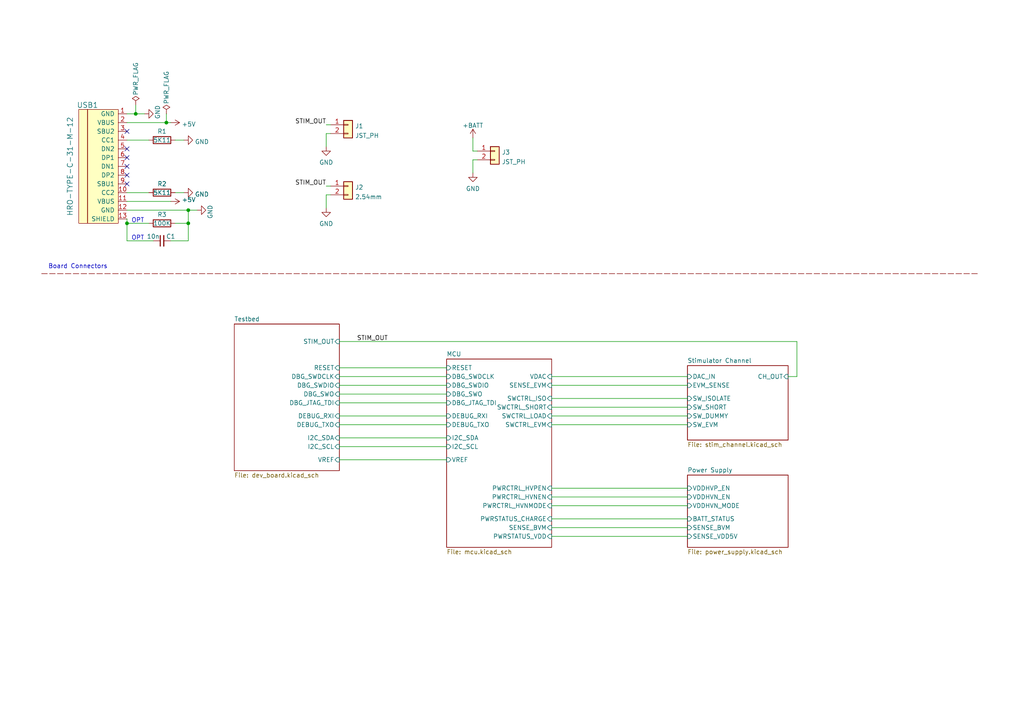
<source format=kicad_sch>
(kicad_sch (version 20211123) (generator eeschema)
  (paper "A4")
  (lib_symbols
    (symbol "Connector_Generic:Conn_01x02" (pin_names (offset 1.016) hide)
      (property "Reference" "J" (at 0 2.54 0))
      (property "Value" "Conn_01x02" (at 0 -5.08 0))
      (symbol "Conn_01x02_1_1"
        (rectangle (start -1.27 -2.413) (end 0 -2.667) (stroke (width 0.1524)))
        (rectangle (start -1.27 0.127) (end 0 -0.127) (stroke (width 0.1524)))
        (rectangle (start -1.27 1.27) (end 1.27 -3.81) (stroke (width 0.254)) (fill (type background)))
        (pin passive line (at -5.08 0 0) (length 3.81) (name "Pin_1") (number "1"))
        (pin passive line (at -5.08 -2.54 0) (length 3.81) (name "Pin_2") (number "2"))
      )
    )
    (symbol "Device:C_Small" (pin_numbers hide) (pin_names (offset 0.254) hide)
      (property "Reference" "C" (at 0.254 1.778 0))
      (property "Value" "C_Small" (at 0.254 -2.032 0))
      (symbol "C_Small_0_1"
        (polyline (pts (xy -1.524 -0.508) (xy 1.524 -0.508)) (stroke (width 0.3302)))
        (polyline (pts (xy -1.524 0.508) (xy 1.524 0.508)) (stroke (width 0.3048)))
      )
      (symbol "C_Small_1_1"
        (pin passive line (at 0 2.54 270) (length 2.032) (name "~") (number "1"))
        (pin passive line (at 0 -2.54 90) (length 2.032) (name "~") (number "2"))
      )
    )
    (symbol "Device:R" (pin_numbers hide) (pin_names (offset 0))
      (property "Reference" "R" (at 2.032 0 90))
      (property "Value" "R" (at 0 0 90))
      (symbol "R_0_1"
        (rectangle (start -1.016 -2.54) (end 1.016 2.54) (stroke (width 0.254)))
      )
      (symbol "R_1_1"
        (pin passive line (at 0 3.81 270) (length 1.27) (name "~") (number "1"))
        (pin passive line (at 0 -3.81 90) (length 1.27) (name "~") (number "2"))
      )
    )
    (symbol "HRO-TYPE-C-31-M-12:HRO-TYPE-C-31-M-12" (pin_names (offset 1.016))
      (property "Reference" "USB" (at -5.08 16.51 0))
      (property "Value" "HRO-TYPE-C-31-M-12" (at -10.16 -1.27 90))
      (symbol "HRO-TYPE-C-31-M-12_0_1"
        (rectangle (start -11.43 15.24) (end -8.89 -17.78) (fill (type background)))
        (rectangle (start 0 -17.78) (end -8.89 15.24) (fill (type background)))
      )
      (symbol "HRO-TYPE-C-31-M-12_1_1"
        (pin input line (at 2.54 13.97 180) (length 2.54) (name "GND") (number "1"))
        (pin input line (at 2.54 -8.89 180) (length 2.54) (name "CC2") (number "10"))
        (pin input line (at 2.54 -11.43 180) (length 2.54) (name "VBUS") (number "11"))
        (pin input line (at 2.54 -13.97 180) (length 2.54) (name "GND") (number "12"))
        (pin input line (at 2.54 -16.51 180) (length 2.54) (name "SHIELD") (number "13"))
        (pin input line (at 2.54 11.43 180) (length 2.54) (name "VBUS") (number "2"))
        (pin input line (at 2.54 8.89 180) (length 2.54) (name "SBU2") (number "3"))
        (pin input line (at 2.54 6.35 180) (length 2.54) (name "CC1") (number "4"))
        (pin input line (at 2.54 3.81 180) (length 2.54) (name "DN2") (number "5"))
        (pin input line (at 2.54 1.27 180) (length 2.54) (name "DP1") (number "6"))
        (pin input line (at 2.54 -1.27 180) (length 2.54) (name "DN1") (number "7"))
        (pin input line (at 2.54 -3.81 180) (length 2.54) (name "DP2") (number "8"))
        (pin input line (at 2.54 -6.35 180) (length 2.54) (name "SBU1") (number "9"))
      )
    )
    (symbol "power:+5V" (power) (pin_names (offset 0))
      (property "Value" "+5V" (at 0 3.556 0))
      (symbol "+5V_0_1"
        (polyline (pts (xy -0.762 1.27) (xy 0 2.54)))
        (polyline (pts (xy 0 0) (xy 0 2.54)))
        (polyline (pts (xy 0 2.54) (xy 0.762 1.27)))
      )
      (symbol "+5V_1_1"
        (pin power_in line (at 0 0 90) (length 0) hide (name "+5V") (number "1"))
      )
    )
    (symbol "power:+BATT" (power) (pin_names (offset 0))
      (property "Value" "+BATT" (at 0 3.556 0))
      (symbol "+BATT_0_1"
        (polyline (pts (xy -0.762 1.27) (xy 0 2.54)))
        (polyline (pts (xy 0 0) (xy 0 2.54)))
        (polyline (pts (xy 0 2.54) (xy 0.762 1.27)))
      )
      (symbol "+BATT_1_1"
        (pin power_in line (at 0 0 90) (length 0) hide (name "+BATT") (number "1"))
      )
    )
    (symbol "power:GND" (power) (pin_names (offset 0))
      (property "Value" "GND" (at 0 -3.81 0))
      (symbol "GND_0_1"
        (polyline (pts (xy 0 0) (xy 0 -1.27) (xy 1.27 -1.27) (xy 0 -2.54) (xy -1.27 -1.27) (xy 0 -1.27)))
      )
      (symbol "GND_1_1"
        (pin power_in line (at 0 0 270) (length 0) hide (name "GND") (number "1"))
      )
    )
    (symbol "power:PWR_FLAG" (power) (pin_numbers hide) (pin_names (offset 0) hide)
      (property "Value" "PWR_FLAG" (at 0 3.81 0))
      (symbol "PWR_FLAG_0_0"
        (pin power_out line (at 0 0 90) (length 0) (name "pwr") (number "1"))
      )
      (symbol "PWR_FLAG_0_1"
        (polyline (pts (xy 0 0) (xy 0 1.27) (xy -1.016 1.905) (xy 0 2.54) (xy 1.016 1.905) (xy 0 1.27)))
      )
    )
  )
  (junction (at 48.26 35.56))
  (junction (at 54.61 60.96))
  (junction (at 54.61 64.77))
  (junction (at 39.37 33.02))
  (junction (at 36.83 64.77))
  (no_connect (at 36.83 45.72))
  (no_connect (at 36.83 48.26))
  (no_connect (at 36.83 43.18))
  (no_connect (at 36.83 50.8))
  (no_connect (at 36.83 53.34))
  (no_connect (at 36.83 38.1))
  (wire (pts (xy 94.615 38.735) (xy 95.885 38.735)))
  (wire (pts (xy 54.61 69.85) (xy 54.61 64.77)))
  (wire (pts (xy 48.26 35.56) (xy 49.53 35.56)))
  (wire (pts (xy 98.425 99.06) (xy 231.14 99.06)))
  (wire (pts (xy 94.615 36.195) (xy 95.885 36.195)))
  (wire (pts (xy 137.16 43.815) (xy 137.16 40.005)))
  (polyline (pts (xy 12.065 79.375) (xy 283.845 79.375)) (stroke (width 0) (color 132 0 0 1)))
  (wire (pts (xy 54.61 60.96) (xy 57.15 60.96)))
  (wire (pts (xy 160.02 111.76) (xy 199.39 111.76)))
  (wire (pts (xy 98.425 123.19) (xy 129.54 123.19)))
  (wire (pts (xy 54.61 64.77) (xy 54.61 60.96)))
  (wire (pts (xy 160.02 153.035) (xy 199.39 153.035)))
  (wire (pts (xy 94.615 53.975) (xy 95.885 53.975)))
  (wire (pts (xy 98.425 129.54) (xy 129.54 129.54)))
  (wire (pts (xy 160.02 115.57) (xy 199.39 115.57)))
  (wire (pts (xy 98.425 133.35) (xy 129.54 133.35)))
  (wire (pts (xy 98.425 116.84) (xy 129.54 116.84)))
  (wire (pts (xy 36.83 60.96) (xy 54.61 60.96)))
  (wire (pts (xy 160.02 155.575) (xy 199.39 155.575)))
  (wire (pts (xy 160.02 150.495) (xy 199.39 150.495)))
  (wire (pts (xy 98.425 120.65) (xy 129.54 120.65)))
  (wire (pts (xy 160.02 146.685) (xy 199.39 146.685)))
  (wire (pts (xy 94.615 56.515) (xy 95.885 56.515)))
  (wire (pts (xy 137.16 50.165) (xy 137.16 46.355)))
  (wire (pts (xy 39.37 30.48) (xy 39.37 33.02)))
  (wire (pts (xy 50.8 64.77) (xy 54.61 64.77)))
  (wire (pts (xy 36.83 55.88) (xy 43.18 55.88)))
  (wire (pts (xy 39.37 33.02) (xy 41.91 33.02)))
  (wire (pts (xy 231.14 109.22) (xy 231.14 99.06)))
  (wire (pts (xy 138.43 43.815) (xy 137.16 43.815)))
  (wire (pts (xy 160.02 109.22) (xy 199.39 109.22)))
  (wire (pts (xy 98.425 111.76) (xy 129.54 111.76)))
  (wire (pts (xy 94.615 60.325) (xy 94.615 56.515)))
  (wire (pts (xy 160.02 144.145) (xy 199.39 144.145)))
  (wire (pts (xy 36.83 64.77) (xy 43.18 64.77)))
  (wire (pts (xy 50.8 40.64) (xy 53.34 40.64)))
  (wire (pts (xy 98.425 106.68) (xy 129.54 106.68)))
  (wire (pts (xy 160.02 123.19) (xy 199.39 123.19)))
  (wire (pts (xy 160.02 141.605) (xy 199.39 141.605)))
  (wire (pts (xy 98.425 127) (xy 129.54 127)))
  (wire (pts (xy 36.83 64.77) (xy 36.83 69.85)))
  (wire (pts (xy 36.83 58.42) (xy 49.53 58.42)))
  (wire (pts (xy 160.02 118.11) (xy 199.39 118.11)))
  (wire (pts (xy 98.425 114.3) (xy 129.54 114.3)))
  (wire (pts (xy 49.53 69.85) (xy 54.61 69.85)))
  (wire (pts (xy 50.8 55.88) (xy 53.34 55.88)))
  (wire (pts (xy 36.83 63.5) (xy 36.83 64.77)))
  (wire (pts (xy 94.615 42.545) (xy 94.615 38.735)))
  (wire (pts (xy 98.425 109.22) (xy 129.54 109.22)))
  (wire (pts (xy 36.83 33.02) (xy 39.37 33.02)))
  (wire (pts (xy 36.83 40.64) (xy 43.18 40.64)))
  (wire (pts (xy 160.02 120.65) (xy 199.39 120.65)))
  (wire (pts (xy 228.6 109.22) (xy 231.14 109.22)))
  (wire (pts (xy 48.26 33.02) (xy 48.26 35.56)))
  (wire (pts (xy 36.83 69.85) (xy 44.45 69.85)))
  (wire (pts (xy 137.16 46.355) (xy 138.43 46.355)))
  (wire (pts (xy 36.83 35.56) (xy 48.26 35.56)))
  (text "Board Connectors" (at 13.97 78.105 0) (effects (font (size 1.27 1.27)) (justify left bottom)))
  (text "OPT" (at 38.1 64.77 0) (effects (font (size 1.27 1.27)) (justify left bottom)))
  (text "OPT" (at 38.1 69.85 0) (effects (font (size 1.27 1.27)) (justify left bottom)))
  (label "STIM_OUT" (at 103.505 99.06 0))
  (label "STIM_OUT" (at 94.615 36.195 180))
  (label "STIM_OUT" (at 94.615 53.975 180))
  (symbol (lib_id "power:GND") (at 57.15 60.96 90) (mirror x) (unit 1)
    (property "Reference" "#PWR06" (effects hide))
    (property "Value" "GND" (at 60.96 63.5 0) (effects (justify right)))
  )
  (symbol (lib_id "power:GND") (at 41.91 33.02 90) (unit 1)
    (property "Reference" "#PWR01" (effects hide))
    (property "Value" "GND" (at 45.72 30.48 0) (effects (justify right)))
  )
  (symbol (lib_id "power:+BATT") (at 137.16 40.005 0) (unit 1)
    (property "Reference" "#PWR09" (effects hide))
    (property "Value" "+BATT" (at 137.16 36.4005 0))
  )
  (symbol (lib_id "Connector_Generic:Conn_01x02") (at 100.965 53.975 0) (unit 1)
    (property "Reference" "J2" (at 102.997 54.3365 0) (effects (justify left)))
    (property "Value" "2.54mm" (at 102.997 57.1116 0) (effects (justify left)))
    (property "Footprint" "Connector_PinHeader_2.54mm:PinHeader_1x02_P2.54mm_Vertical" (effects hide))
  )
  (symbol (lib_id "power:GND") (at 53.34 55.88 90) (unit 1)
    (property "Reference" "#PWR05" (effects hide))
    (property "Value" "GND" (at 56.515 56.359 90) (effects (justify right)))
  )
  (symbol (lib_id "power:PWR_FLAG") (at 48.26 33.02 0) (unit 1)
    (property "Reference" "#FLG02" (effects hide))
    (property "Value" "PWR_FLAG" (at 48.26 25.4 90))
  )
  (symbol (lib_id "Connector_Generic:Conn_01x02") (at 143.51 43.815 0) (unit 1)
    (property "Reference" "J3" (at 145.542 44.1765 0) (effects (justify left)))
    (property "Value" "JST_PH" (at 145.542 46.9516 0) (effects (justify left)))
    (property "Footprint" "Connector_JST:JST_PH_S2B-PH-K_1x02_P2.00mm_Horizontal" (effects hide))
    (property "LCSC" "C16965" (effects hide))
  )
  (symbol (lib_id "power:GND") (at 137.16 50.165 0) (unit 1)
    (property "Reference" "#PWR010" (effects hide))
    (property "Value" "GND" (at 137.16 54.7275 0))
  )
  (symbol (lib_id "power:GND") (at 94.615 42.545 0) (unit 1)
    (property "Reference" "#PWR07" (effects hide))
    (property "Value" "GND" (at 94.615 47.1075 0))
  )
  (symbol (lib_id "Device:R") (at 46.99 40.64 90) (unit 1)
    (property "Reference" "R1" (at 46.99 38.1 90))
    (property "Value" "5K11" (at 46.99 40.64 90))
    (property "Footprint" "Resistor_SMD:R_0402_1005Metric" (effects hide))
    (property "LCSC" "C25905" (effects hide))
  )
  (symbol (lib_id "Device:C_Small") (at 46.99 69.85 90) (unit 1)
    (property "Reference" "C1" (at 49.53 68.58 90))
    (property "Value" "10n" (at 44.45 68.58 90))
    (property "Footprint" "Capacitor_SMD:C_0402_1005Metric" (effects hide))
    (property "LCSC" "C15195" (effects hide))
  )
  (symbol (lib_id "power:GND") (at 53.34 40.64 90) (unit 1)
    (property "Reference" "#PWR04" (effects hide))
    (property "Value" "GND" (at 56.515 41.119 90) (effects (justify right)))
  )
  (symbol (lib_id "power:+5V") (at 49.53 35.56 270) (unit 1)
    (property "Reference" "#PWR02" (effects hide))
    (property "Value" "+5V" (at 52.705 36.039 90) (effects (justify left)))
  )
  (symbol (lib_id "power:+5V") (at 49.53 58.42 270) (mirror x) (unit 1)
    (property "Reference" "#PWR03" (effects hide))
    (property "Value" "+5V" (at 52.705 57.941 90) (effects (justify left)))
  )
  (symbol (lib_id "HRO-TYPE-C-31-M-12:HRO-TYPE-C-31-M-12") (at 34.29 46.99 0) (unit 1)
    (property "Reference" "USB1" (at 25.4 30.48 0) (effects (font (size 1.524 1.524))))
    (property "Value" "HRO-TYPE-C-31-M-12" (at 20.32 48.26 90) (effects (font (size 1.524 1.524))))
    (property "Footprint" "HRO-TYPE-C-31-M-12:HRO-TYPE-C-31-M-12-HandSoldering" (effects hide))
    (property "LCSC" "C167321" (effects hide))
  )
  (symbol (lib_id "power:GND") (at 94.615 60.325 0) (unit 1)
    (property "Reference" "#PWR08" (effects hide))
    (property "Value" "GND" (at 94.615 64.8875 0))
  )
  (symbol (lib_id "Device:R") (at 46.99 64.77 90) (unit 1)
    (property "Reference" "R3" (at 46.99 62.23 90))
    (property "Value" "100K" (at 46.99 64.77 90))
    (property "Footprint" "Resistor_SMD:R_0402_1005Metric" (effects hide))
    (property "LCSC" "C25741" (effects hide))
  )
  (symbol (lib_id "Device:R") (at 46.99 55.88 90) (unit 1)
    (property "Reference" "R2" (at 46.99 53.34 90))
    (property "Value" "5K11" (at 46.99 55.88 90))
    (property "Footprint" "Resistor_SMD:R_0402_1005Metric" (effects hide))
    (property "LCSC" "C25905" (effects hide))
  )
  (symbol (lib_id "power:PWR_FLAG") (at 39.37 30.48 0) (unit 1)
    (property "Reference" "#FLG01" (effects hide))
    (property "Value" "PWR_FLAG" (at 39.37 22.86 90))
  )
  (symbol (lib_id "Connector_Generic:Conn_01x02") (at 100.965 36.195 0) (unit 1)
    (property "Reference" "J1" (at 102.997 36.5565 0) (effects (justify left)))
    (property "Value" "JST_PH" (at 102.997 39.3316 0) (effects (justify left)))
    (property "Footprint" "Connector_JST:JST_PH_S2B-PH-K_1x02_P2.00mm_Horizontal" (effects hide))
    (property "LCSC" "C16965" (effects hide))
  )
  (sheet (at 129.54 104.14) (size 30.48 54.61) (stroke (width 0.1524))
    (property "Sheet name" "MCU" (at 129.54 103.4284 0) (effects (justify left bottom)))
    (property "Sheet file" "mcu.kicad_sch" (at 129.54 159.3346 0) (effects (justify left top)))
    (pin "SWCTRL_EVM" input (at 160.02 123.19 0))
    (pin "SWCTRL_SHORT" input (at 160.02 118.11 0))
    (pin "SWCTRL_ISO" input (at 160.02 115.57 0))
    (pin "PWRCTRL_HVNMODE" input (at 160.02 146.685 0))
    (pin "PWRCTRL_HVNEN" input (at 160.02 144.145 0))
    (pin "PWRCTRL_HVPEN" input (at 160.02 141.605 0))
    (pin "SWCTRL_LOAD" input (at 160.02 120.65 0))
    (pin "VDAC" input (at 160.02 109.22 0))
    (pin "PWRSTATUS_VDD" input (at 160.02 155.575 0))
    (pin "PWRSTATUS_CHARGE" input (at 160.02 150.495 0))
    (pin "DBG_SWDCLK" input (at 129.54 109.22 180))
    (pin "DBG_SWDIO" input (at 129.54 111.76 180))
    (pin "DBG_SWO" input (at 129.54 114.3 180))
    (pin "DBG_JTAG_TDI" input (at 129.54 116.84 180))
    (pin "I2C_SDA" input (at 129.54 127 180))
    (pin "I2C_SCL" input (at 129.54 129.54 180))
    (pin "RESET" input (at 129.54 106.68 180))
    (pin "DEBUG_RXI" input (at 129.54 120.65 180))
    (pin "DEBUG_TXO" input (at 129.54 123.19 180))
    (pin "VREF" input (at 129.54 133.35 180))
    (pin "SENSE_EVM" input (at 160.02 111.76 0))
    (pin "SENSE_BVM" input (at 160.02 153.035 0))
  )
  (sheet (at 199.39 106.045) (size 29.21 21.59) (stroke (width 0.1524))
    (property "Sheet name" "Stimulator Channel" (at 199.39 105.3334 0) (effects (justify left bottom)))
    (property "Sheet file" "stim_channel.kicad_sch" (at 199.39 128.2196 0) (effects (justify left top)))
    (pin "SW_ISOLATE" input (at 199.39 115.57 180))
    (pin "SW_SHORT" input (at 199.39 118.11 180))
    (pin "SW_DUMMY" input (at 199.39 120.65 180))
    (pin "CH_OUT" input (at 228.6 109.22 0))
    (pin "DAC_IN" input (at 199.39 109.22 180))
    (pin "SW_EVM" input (at 199.39 123.19 180))
    (pin "EVM_SENSE" input (at 199.39 111.76 180))
  )
  (sheet (at 199.39 137.795) (size 29.21 20.955) (stroke (width 0.1524))
    (property "Sheet name" "Power Supply" (at 199.39 137.0834 0) (effects (justify left bottom)))
    (property "Sheet file" "power_supply.kicad_sch" (at 199.39 159.3346 0) (effects (justify left top)))
    (pin "VDDHVP_EN" input (at 199.39 141.605 180))
    (pin "VDDHVN_EN" input (at 199.39 144.145 180))
    (pin "BATT_STATUS" input (at 199.39 150.495 180))
    (pin "VDDHVN_MODE" input (at 199.39 146.685 180))
    (pin "SENSE_VDD5V" input (at 199.39 155.575 180))
    (pin "SENSE_BVM" input (at 199.39 153.035 180))
  )
  (sheet (at 67.945 93.98) (size 30.48 42.545) (stroke (width 0.1524))
    (property "Sheet name" "Testbed" (at 67.945 93.2684 0) (effects (justify left bottom)))
    (property "Sheet file" "dev_board.kicad_sch" (at 67.945 137.1096 0) (effects (justify left top)))
    (pin "DBG_SWO" input (at 98.425 114.3 0))
    (pin "DBG_JTAG_TDI" input (at 98.425 116.84 0))
    (pin "I2C_SCL" input (at 98.425 129.54 0))
    (pin "I2C_SDA" input (at 98.425 127 0))
    (pin "RESET" input (at 98.425 106.68 0))
    (pin "DBG_SWDIO" input (at 98.425 111.76 0))
    (pin "DBG_SWDCLK" input (at 98.425 109.22 0))
    (pin "VREF" input (at 98.425 133.35 0))
    (pin "DEBUG_TXO" input (at 98.425 123.19 0))
    (pin "DEBUG_RXI" input (at 98.425 120.65 0))
    (pin "STIM_OUT" input (at 98.425 99.06 0))
  )
)
</source>
